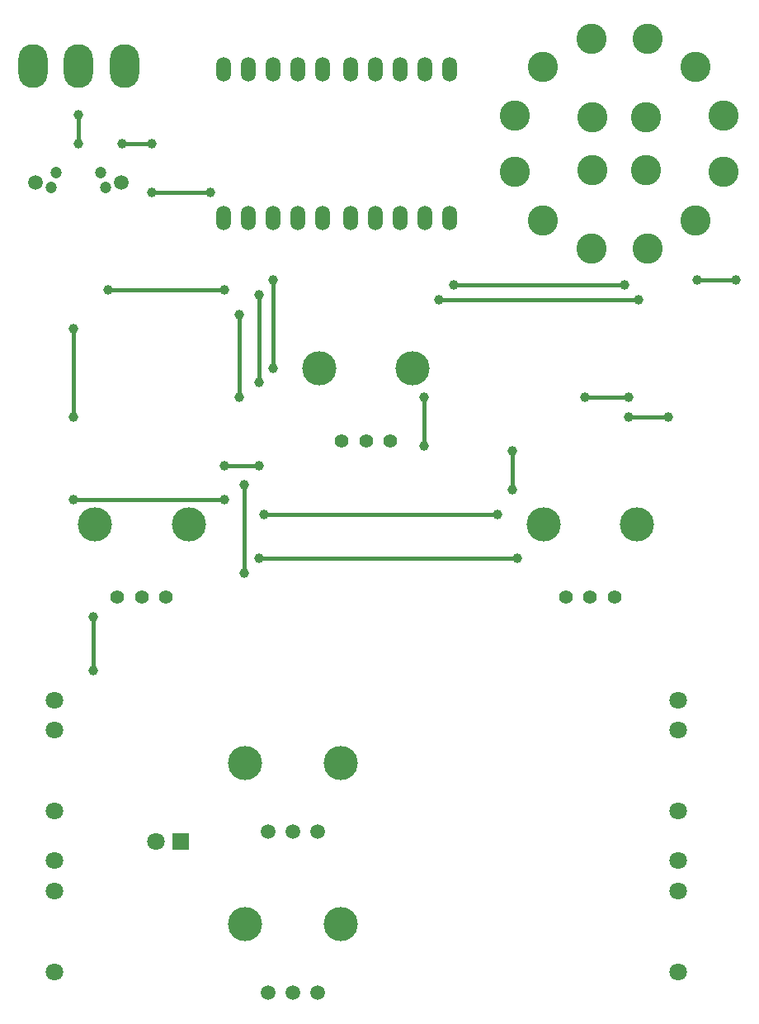
<source format=gbr>
G04 #@! TF.FileFunction,Copper,L1,Top,Signal*
%FSLAX46Y46*%
G04 Gerber Fmt 4.6, Leading zero omitted, Abs format (unit mm)*
G04 Created by KiCad (PCBNEW 4.0.7) date Mon Nov 20 20:18:14 2017*
%MOMM*%
%LPD*%
G01*
G04 APERTURE LIST*
%ADD10C,0.100000*%
%ADD11C,1.800000*%
%ADD12O,1.524000X2.524000*%
%ADD13R,1.800000X1.800000*%
%ADD14O,3.000000X4.500000*%
%ADD15C,1.500000*%
%ADD16C,1.200000*%
%ADD17C,3.098800*%
%ADD18C,1.400000*%
%ADD19C,3.500000*%
%ADD20C,1.000000*%
%ADD21C,0.406400*%
G04 APERTURE END LIST*
D10*
D11*
X7000000Y13380000D03*
X7000000Y16480000D03*
X7000000Y5080000D03*
D12*
X24420000Y82380000D03*
X26960000Y82380000D03*
X29500000Y82380000D03*
X32040000Y82380000D03*
X34580000Y82380000D03*
X34580000Y97620000D03*
X32040000Y97620000D03*
X29500000Y97620000D03*
X26960000Y97620000D03*
X24420000Y97620000D03*
X37420000Y82380000D03*
X39960000Y82380000D03*
X42500000Y82380000D03*
X45040000Y82380000D03*
X47580000Y82380000D03*
X47580000Y97620000D03*
X45040000Y97620000D03*
X42500000Y97620000D03*
X39960000Y97620000D03*
X37420000Y97620000D03*
D13*
X20000000Y18500000D03*
D11*
X17460000Y18500000D03*
D14*
X9500000Y98000000D03*
X14200000Y98000000D03*
X4800000Y98000000D03*
D15*
X5100000Y86000000D03*
X13900000Y86000000D03*
D16*
X12300000Y85500000D03*
X11800000Y87000000D03*
X7200000Y87000000D03*
X6700000Y85500000D03*
D17*
X62124720Y79276120D03*
X57148860Y82148860D03*
X54276120Y87124720D03*
X54276120Y92875280D03*
X57148860Y97851140D03*
X62124720Y100723880D03*
X67875280Y100723880D03*
X72851140Y97851140D03*
X75723880Y92875280D03*
X75723880Y87124720D03*
X72851140Y82148860D03*
X67875280Y79276120D03*
X62274580Y87274580D03*
X62274580Y92725420D03*
X67725420Y92725420D03*
X67725420Y87274580D03*
D11*
X7000000Y29880000D03*
X7000000Y32980000D03*
X7000000Y21580000D03*
X71000000Y29880000D03*
X71000000Y32980000D03*
X71000000Y21580000D03*
X71000000Y13380000D03*
X71000000Y16480000D03*
X71000000Y5080000D03*
D18*
X13500000Y43500000D03*
X16000000Y43500000D03*
X18500000Y43500000D03*
D19*
X11200000Y51000000D03*
X20800000Y51000000D03*
D18*
X36500000Y59500000D03*
X39000000Y59500000D03*
X41500000Y59500000D03*
D19*
X34200000Y67000000D03*
X43800000Y67000000D03*
D18*
X59500000Y43500000D03*
X62000000Y43500000D03*
X64500000Y43500000D03*
D19*
X57200000Y51000000D03*
X66800000Y51000000D03*
D15*
X29000000Y3000000D03*
X31500000Y3000000D03*
X34000000Y3000000D03*
D19*
X36400000Y10000000D03*
X26600000Y10000000D03*
D15*
X29000000Y19500000D03*
X31500000Y19500000D03*
X34000000Y19500000D03*
D19*
X36400000Y26500000D03*
X26600000Y26500000D03*
D20*
X70000000Y62000000D03*
X66000000Y62000000D03*
X66000000Y64000000D03*
X61500000Y64000000D03*
X11000000Y36000000D03*
X11000000Y41500000D03*
X26500000Y55000000D03*
X26500000Y46000000D03*
X73000000Y76000000D03*
X77000000Y76000000D03*
X28000000Y47500000D03*
X54500000Y47500000D03*
X24500000Y75000000D03*
X12500000Y75000000D03*
X45000000Y64000000D03*
X45000000Y59000000D03*
X67000000Y74000000D03*
X46500000Y74000000D03*
X48000000Y75500000D03*
X65500000Y75500000D03*
X29500000Y67000000D03*
X29500000Y76000000D03*
X28000000Y74500000D03*
X28000000Y65500000D03*
X54000000Y58500000D03*
X54000000Y54500000D03*
X52500000Y52000000D03*
X28500000Y52000000D03*
X28000000Y57000000D03*
X24500000Y57000000D03*
X26000000Y72500000D03*
X26000000Y64000000D03*
X24500000Y53500000D03*
X9000000Y53500000D03*
X9000000Y62000000D03*
X9000000Y71000000D03*
X14000000Y90000000D03*
X17000000Y90000000D03*
X17000000Y85000000D03*
X23000000Y85000000D03*
X9500000Y93000000D03*
X9500000Y90000000D03*
D21*
X26500000Y55000000D02*
X26500000Y46000000D01*
X66000000Y62000000D02*
X70000000Y62000000D01*
X66000000Y64000000D02*
X61500000Y64000000D01*
X11000000Y36000000D02*
X11000000Y41500000D01*
X77000000Y76000000D02*
X73000000Y76000000D01*
X54500000Y47500000D02*
X28000000Y47500000D01*
X24500000Y75000000D02*
X12500000Y75000000D01*
X12500000Y75000000D02*
X12500000Y75000000D01*
X45000000Y59000000D02*
X45000000Y64000000D01*
X67000000Y74000000D02*
X46500000Y74000000D01*
X65500000Y75500000D02*
X48000000Y75500000D01*
X29500000Y76000000D02*
X29500000Y67000000D01*
X28000000Y65500000D02*
X28000000Y74500000D01*
X54000000Y58500000D02*
X54000000Y54500000D01*
X28500000Y52000000D02*
X52500000Y52000000D01*
X28000000Y57000000D02*
X24500000Y57000000D01*
X26000000Y72500000D02*
X26000000Y64000000D01*
X24500000Y53500000D02*
X9000000Y53500000D01*
X9000000Y62000000D02*
X9000000Y71000000D01*
X17000000Y90000000D02*
X14000000Y90000000D01*
X23000000Y85000000D02*
X17000000Y85000000D01*
X9500000Y90000000D02*
X9500000Y93000000D01*
M02*

</source>
